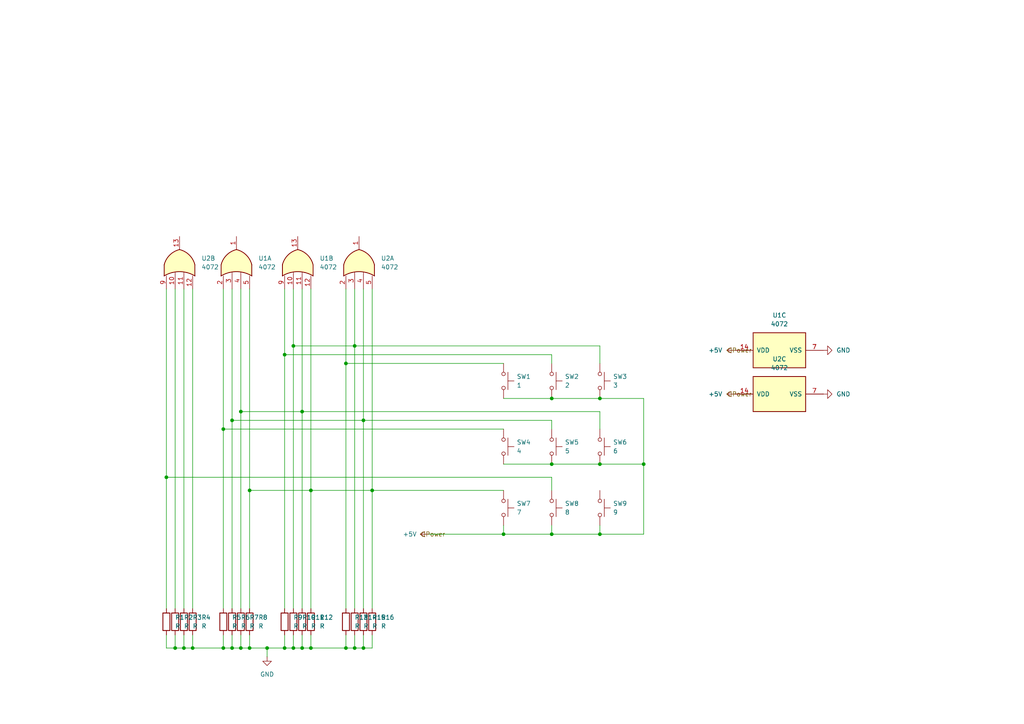
<source format=kicad_sch>
(kicad_sch (version 20250114) (generator "eeschema") (generator_version "9.0")
  (paper "A4")
  (lib_symbols
    (symbol "4xxx:4072" (pin_names (offset 1.016))
      (property "Reference" "U" (at 0 1.27 0))
      (property "Value" "4072" (at 0 -1.27 0))
      (symbol "4072_1_1"
        (arc (start -3.81 4.445) (mid -2.5908 0) (end -3.81 -4.445) (stroke (width 0.254)))
        (polyline (pts (xy -3.81 4.445) (xy -0.635 4.445)) (stroke (width 0.254)) (fill (type background)))
        (polyline (pts (xy -3.81 -4.445) (xy -0.635 -4.445)) (stroke (width 0.254)) (fill (type background)))
        (arc (start -0.6096 4.445) (mid 2.2198 2.8385) (end 3.81 0) (stroke (width 0.254)) (fill (type background)))
        (arc (start 3.81 0) (mid 2.224 -2.8428) (end -0.6096 -4.445) (stroke (width 0.254)) (fill (type background)))
        (polyline (pts (xy -0.635 4.445) (xy -3.81 4.445) (xy -3.81 4.445) (xy -3.6322 4.0894) (xy -3.0988 2.921) (xy -2.7686 1.6764) (xy -2.6162 0.4318) (xy -2.6416 -0.8636) (xy -2.8702 -2.1082) (xy -3.2512 -3.3274) (xy -3.81 -4.445) (xy -3.81 -4.445) (xy -0.635 -4.445)) (stroke (width -25.4)) (fill (type background)))
        (pin input line (at -7.62 3.81 0) (length 3.81) (name "~") (number "2"))
        (pin input line (at -7.62 1.27 0) (length 4.826) (name "~") (number "3"))
        (pin input line (at -7.62 -1.27 0) (length 4.826) (name "~") (number "4"))
        (pin input line (at -7.62 -3.81 0) (length 3.81) (name "~") (number "5"))
        (pin output line (at 7.62 0 180) (length 3.81) (name "~") (number "1"))
      )
      (symbol "4072_1_2"
        (arc (start -0.635 4.445) (mid 3.7907 0) (end -0.635 -4.445) (stroke (width 0.254)) (fill (type background)))
        (polyline (pts (xy -0.635 4.445) (xy -3.81 4.445) (xy -3.81 -4.445) (xy -0.635 -4.445)) (stroke (width 0.254)) (fill (type background)))
        (pin input inverted (at -7.62 3.81 0) (length 3.81) (name "~") (number "2"))
        (pin input inverted (at -7.62 1.27 0) (length 3.81) (name "~") (number "3"))
        (pin input inverted (at -7.62 -1.27 0) (length 3.81) (name "~") (number "4"))
        (pin input inverted (at -7.62 -3.81 0) (length 3.81) (name "~") (number "5"))
        (pin output inverted (at 7.62 0 180) (length 3.81) (name "~") (number "1"))
      )
      (symbol "4072_2_1"
        (arc (start -3.81 4.445) (mid -2.5908 0) (end -3.81 -4.445) (stroke (width 0.254)))
        (polyline (pts (xy -3.81 4.445) (xy -0.635 4.445)) (stroke (width 0.254)) (fill (type background)))
        (polyline (pts (xy -3.81 -4.445) (xy -0.635 -4.445)) (stroke (width 0.254)) (fill (type background)))
        (arc (start -0.6096 4.445) (mid 2.2198 2.8385) (end 3.81 0) (stroke (width 0.254)) (fill (type background)))
        (arc (start 3.81 0) (mid 2.224 -2.8428) (end -0.6096 -4.445) (stroke (width 0.254)) (fill (type background)))
        (polyline (pts (xy -0.635 4.445) (xy -3.81 4.445) (xy -3.81 4.445) (xy -3.6322 4.0894) (xy -3.0988 2.921) (xy -2.7686 1.6764) (xy -2.6162 0.4318) (xy -2.6416 -0.8636) (xy -2.8702 -2.1082) (xy -3.2512 -3.3274) (xy -3.81 -4.445) (xy -3.81 -4.445) (xy -0.635 -4.445)) (stroke (width -25.4)) (fill (type background)))
        (pin input line (at -7.62 3.81 0) (length 3.81) (name "~") (number "9"))
        (pin input line (at -7.62 1.27 0) (length 4.826) (name "~") (number "10"))
        (pin input line (at -7.62 -1.27 0) (length 4.826) (name "~") (number "11"))
        (pin input line (at -7.62 -3.81 0) (length 3.81) (name "~") (number "12"))
        (pin output line (at 7.62 0 180) (length 3.81) (name "~") (number "13"))
      )
      (symbol "4072_2_2"
        (arc (start -0.635 4.445) (mid 3.7907 0) (end -0.635 -4.445) (stroke (width 0.254)) (fill (type background)))
        (polyline (pts (xy -0.635 4.445) (xy -3.81 4.445) (xy -3.81 -4.445) (xy -0.635 -4.445)) (stroke (width 0.254)) (fill (type background)))
        (pin input inverted (at -7.62 3.81 0) (length 3.81) (name "~") (number "9"))
        (pin input inverted (at -7.62 1.27 0) (length 3.81) (name "~") (number "10"))
        (pin input inverted (at -7.62 -1.27 0) (length 3.81) (name "~") (number "11"))
        (pin input inverted (at -7.62 -3.81 0) (length 3.81) (name "~") (number "12"))
        (pin output inverted (at 7.62 0 180) (length 3.81) (name "~") (number "13"))
      )
      (symbol "4072_3_0"
        (pin power_in line (at 0 12.7 270) (length 5.08) (name "VDD") (number "14"))
        (pin power_in line (at 0 -12.7 90) (length 5.08) (name "VSS") (number "7"))
      )
      (symbol "4072_3_1"
        (rectangle (start -5.08 7.62) (end 5.08 -7.62) (stroke (width 0.254)) (fill (type background)))
      )
    )
    (symbol "Device:R" (pin_numbers (hide yes)) (pin_names (offset 0))
      (property "Reference" "R" (at 2.032 0 90))
      (property "Value" "R" (at 0 0 90))
      (symbol "R_0_1"
        (rectangle (start -1.016 -2.54) (end 1.016 2.54) (stroke (width 0.254)))
      )
      (symbol "R_1_1"
        (pin passive line (at 0 3.81 270) (length 1.27) (name "~") (number "1"))
        (pin passive line (at 0 -3.81 90) (length 1.27) (name "~") (number "2"))
      )
    )
    (symbol "Switch:SW_Push" (pin_numbers (hide yes)) (pin_names (offset 1.016) (hide yes))
      (property "Reference" "SW" (at 1.27 2.54 0))
      (property "Value" "SW_Push" (at 0 -1.524 0))
      (symbol "SW_Push_0_1"
        (circle (center -2.032 0) (radius 0.508))
        (polyline (pts (xy 0 1.27) (xy 0 3.048)))
        (circle (center 2.032 0) (radius 0.508))
        (polyline (pts (xy 2.54 1.27) (xy -2.54 1.27)))
        (pin passive line (at -5.08 0 0) (length 2.54) (name "1") (number "1"))
        (pin passive line (at 5.08 0 180) (length 2.54) (name "2") (number "2"))
      )
    )
    (symbol "power:+5V" (power) (pin_numbers (hide yes)) (pin_names (offset 0) (hide yes))
      (property "Value" "+5V" (at 0 3.556 0))
      (symbol "+5V_0_1"
        (polyline (pts (xy -0.762 1.27) (xy 0 2.54)))
        (polyline (pts (xy 0 2.54) (xy 0.762 1.27)))
        (polyline (pts (xy 0 0) (xy 0 2.54)))
      )
      (symbol "+5V_1_1"
        (pin power_in line (at 0 0 90) (length 0) (name "~") (number "1"))
      )
    )
    (symbol "power:GND" (power) (pin_numbers (hide yes)) (pin_names (offset 0) (hide yes))
      (property "Value" "GND" (at 0 -3.81 0))
      (symbol "GND_0_1"
        (polyline (pts (xy 0 0) (xy 0 -1.27) (xy 1.27 -1.27) (xy 0 -2.54) (xy -1.27 -1.27) (xy 0 -1.27)))
      )
      (symbol "GND_1_1"
        (pin power_in line (at 0 0 270) (length 0) (name "~") (number "1"))
      )
    )
  )
  (junction (at 102.87 100.33))
  (junction (at 87.63 119.38))
  (junction (at 48.26 138.43))
  (junction (at 82.55 187.96))
  (junction (at 64.77 187.96))
  (junction (at 85.09 187.96))
  (junction (at 100.33 187.96))
  (junction (at 50.8 187.96))
  (junction (at 85.09 100.33))
  (junction (at 107.95 142.24))
  (junction (at 67.31 187.96))
  (junction (at 105.41 121.92))
  (junction (at 100.33 105.41))
  (junction (at 87.63 187.96))
  (junction (at 186.69 134.62))
  (junction (at 146.05 154.94))
  (junction (at 72.39 187.96))
  (junction (at 55.88 187.96))
  (junction (at 90.17 187.96))
  (junction (at 160.02 154.94))
  (junction (at 173.99 154.94))
  (junction (at 173.99 134.62))
  (junction (at 160.02 134.62))
  (junction (at 69.85 187.96))
  (junction (at 72.39 142.24))
  (junction (at 53.34 187.96))
  (junction (at 67.31 121.92))
  (junction (at 77.47 187.96))
  (junction (at 69.85 119.38))
  (junction (at 90.17 142.24))
  (junction (at 160.02 115.57))
  (junction (at 173.99 115.57))
  (junction (at 102.87 187.96))
  (junction (at 64.77 124.46))
  (junction (at 105.41 187.96))
  (junction (at 82.55 102.87))
  (wire (pts (xy 69.85 184.15) (xy 69.85 187.96)))
  (wire (pts (xy 87.63 119.38) (xy 87.63 176.53)))
  (wire (pts (xy 64.77 184.15) (xy 64.77 187.96)))
  (wire (pts (xy 186.69 115.57) (xy 186.69 134.62)))
  (wire (pts (xy 105.41 83.82) (xy 105.41 121.92)))
  (wire (pts (xy 55.88 187.96) (xy 64.77 187.96)))
  (wire (pts (xy 146.05 115.57) (xy 160.02 115.57)))
  (wire (pts (xy 55.88 184.15) (xy 55.88 187.96)))
  (wire (pts (xy 160.02 134.62) (xy 173.99 134.62)))
  (wire (pts (xy 105.41 121.92) (xy 105.41 176.53)))
  (wire (pts (xy 82.55 102.87) (xy 82.55 176.53)))
  (wire (pts (xy 102.87 83.82) (xy 102.87 100.33)))
  (wire (pts (xy 72.39 187.96) (xy 77.47 187.96)))
  (wire (pts (xy 82.55 102.87) (xy 160.02 102.87)))
  (wire (pts (xy 173.99 154.94) (xy 160.02 154.94)))
  (wire (pts (xy 105.41 184.15) (xy 105.41 187.96)))
  (wire (pts (xy 48.26 184.15) (xy 48.26 187.96)))
  (wire (pts (xy 160.02 124.46) (xy 160.02 121.92)))
  (wire (pts (xy 64.77 187.96) (xy 67.31 187.96)))
  (wire (pts (xy 186.69 134.62) (xy 186.69 154.94)))
  (wire (pts (xy 64.77 124.46) (xy 64.77 176.53)))
  (wire (pts (xy 90.17 142.24) (xy 90.17 176.53)))
  (wire (pts (xy 85.09 100.33) (xy 102.87 100.33)))
  (wire (pts (xy 107.95 187.96) (xy 107.95 184.15)))
  (wire (pts (xy 77.47 187.96) (xy 77.47 190.5)))
  (wire (pts (xy 85.09 187.96) (xy 87.63 187.96)))
  (wire (pts (xy 160.02 105.41) (xy 160.02 102.87)))
  (wire (pts (xy 72.39 142.24) (xy 72.39 176.53)))
  (wire (pts (xy 173.99 115.57) (xy 186.69 115.57)))
  (wire (pts (xy 102.87 100.33) (xy 173.99 100.33)))
  (wire (pts (xy 69.85 119.38) (xy 87.63 119.38)))
  (wire (pts (xy 146.05 152.4) (xy 146.05 154.94)))
  (wire (pts (xy 90.17 83.82) (xy 90.17 142.24)))
  (wire (pts (xy 87.63 119.38) (xy 173.99 119.38)))
  (wire (pts (xy 173.99 124.46) (xy 173.99 119.38)))
  (wire (pts (xy 105.41 187.96) (xy 107.95 187.96)))
  (wire (pts (xy 69.85 187.96) (xy 72.39 187.96)))
  (wire (pts (xy 105.41 121.92) (xy 160.02 121.92)))
  (wire (pts (xy 82.55 187.96) (xy 85.09 187.96)))
  (wire (pts (xy 160.02 152.4) (xy 160.02 154.94)))
  (wire (pts (xy 67.31 187.96) (xy 69.85 187.96)))
  (wire (pts (xy 67.31 121.92) (xy 105.41 121.92)))
  (wire (pts (xy 85.09 83.82) (xy 85.09 100.33)))
  (wire (pts (xy 55.88 83.82) (xy 55.88 176.53)))
  (wire (pts (xy 67.31 83.82) (xy 67.31 121.92)))
  (wire (pts (xy 173.99 105.41) (xy 173.99 100.33)))
  (wire (pts (xy 64.77 83.82) (xy 64.77 124.46)))
  (wire (pts (xy 72.39 142.24) (xy 90.17 142.24)))
  (wire (pts (xy 100.33 187.96) (xy 102.87 187.96)))
  (wire (pts (xy 160.02 138.43) (xy 48.26 138.43)))
  (wire (pts (xy 64.77 124.46) (xy 146.05 124.46)))
  (wire (pts (xy 100.33 184.15) (xy 100.33 187.96)))
  (wire (pts (xy 100.33 83.82) (xy 100.33 105.41)))
  (wire (pts (xy 50.8 187.96) (xy 53.34 187.96)))
  (wire (pts (xy 146.05 154.94) (xy 124.46 154.94)))
  (wire (pts (xy 48.26 138.43) (xy 48.26 176.53)))
  (wire (pts (xy 100.33 105.41) (xy 146.05 105.41)))
  (wire (pts (xy 90.17 187.96) (xy 100.33 187.96)))
  (wire (pts (xy 69.85 83.82) (xy 69.85 119.38)))
  (wire (pts (xy 87.63 187.96) (xy 90.17 187.96)))
  (wire (pts (xy 67.31 121.92) (xy 67.31 176.53)))
  (wire (pts (xy 173.99 152.4) (xy 173.99 154.94)))
  (wire (pts (xy 53.34 83.82) (xy 53.34 176.53)))
  (wire (pts (xy 48.26 187.96) (xy 50.8 187.96)))
  (wire (pts (xy 186.69 154.94) (xy 173.99 154.94)))
  (wire (pts (xy 82.55 184.15) (xy 82.55 187.96)))
  (wire (pts (xy 100.33 105.41) (xy 100.33 176.53)))
  (wire (pts (xy 102.87 100.33) (xy 102.87 176.53)))
  (wire (pts (xy 48.26 83.82) (xy 48.26 138.43)))
  (wire (pts (xy 87.63 83.82) (xy 87.63 119.38)))
  (wire (pts (xy 82.55 83.82) (xy 82.55 102.87)))
  (wire (pts (xy 102.87 184.15) (xy 102.87 187.96)))
  (wire (pts (xy 160.02 115.57) (xy 173.99 115.57)))
  (wire (pts (xy 67.31 184.15) (xy 67.31 187.96)))
  (wire (pts (xy 107.95 83.82) (xy 107.95 142.24)))
  (wire (pts (xy 90.17 142.24) (xy 107.95 142.24)))
  (wire (pts (xy 50.8 184.15) (xy 50.8 187.96)))
  (wire (pts (xy 53.34 184.15) (xy 53.34 187.96)))
  (wire (pts (xy 50.8 83.82) (xy 50.8 176.53)))
  (wire (pts (xy 146.05 134.62) (xy 160.02 134.62)))
  (wire (pts (xy 72.39 184.15) (xy 72.39 187.96)))
  (wire (pts (xy 85.09 100.33) (xy 85.09 176.53)))
  (wire (pts (xy 69.85 119.38) (xy 69.85 176.53)))
  (wire (pts (xy 87.63 184.15) (xy 87.63 187.96)))
  (wire (pts (xy 77.47 187.96) (xy 82.55 187.96)))
  (wire (pts (xy 160.02 154.94) (xy 146.05 154.94)))
  (wire (pts (xy 102.87 187.96) (xy 105.41 187.96)))
  (wire (pts (xy 107.95 142.24) (xy 146.05 142.24)))
  (wire (pts (xy 107.95 142.24) (xy 107.95 176.53)))
  (wire (pts (xy 90.17 184.15) (xy 90.17 187.96)))
  (wire (pts (xy 85.09 184.15) (xy 85.09 187.96)))
  (wire (pts (xy 72.39 83.82) (xy 72.39 142.24)))
  (wire (pts (xy 173.99 134.62) (xy 186.69 134.62)))
  (wire (pts (xy 160.02 142.24) (xy 160.02 138.43)))
  (wire (pts (xy 53.34 187.96) (xy 55.88 187.96)))
  (hierarchical_label "Power" (shape input) (at 210.82 101.6 0))
  (hierarchical_label "Power" (shape input) (at 210.82 114.3 0))
  (hierarchical_label "Power" (shape input) (at 121.92 154.94 0))
  (symbol (lib_id "Switch:SW_Push") (at 173.99 110.49 270) (unit 1)
    (property "Reference" "SW3" (at 177.8 109.2199 90) (effects (justify left)))
    (property "Value" "3" (at 177.8 111.7599 90) (effects (justify left)))
    (property "Description" "Push button switch, generic, two pins" (effects (hide yes)))
  )
  (symbol (lib_id "4xxx:4072") (at 52.07 76.2 90) (unit 2)
    (property "Reference" "U2" (at 58.42 74.9299 90) (effects (justify right)))
    (property "Value" "4072" (at 58.42 77.4699 90) (effects (justify right)))
    (property "Datasheet" "http://www.intersil.com/content/dam/Intersil/documents/cd40/cd4071bms-72bms-75bms.pdf" (effects (hide yes)))
    (property "Description" "Dual 4 input OR gate" (effects (hide yes)))
  )
  (symbol (lib_id "Device:R") (at 100.33 180.34 0) (unit 1)
    (property "Reference" "R13" (at 102.87 179.0699 0) (effects (justify left)))
    (property "Value" "R" (at 102.87 181.6099 0) (effects (justify left)))
    (property "Description" "Resistor" (effects (hide yes)))
  )
  (symbol (lib_id "4xxx:4072") (at 226.06 101.6 90) (unit 3)
    (property "Reference" "U1" (at 226.06 91.44 90))
    (property "Value" "4072" (at 226.06 93.98 90))
    (property "Datasheet" "http://www.intersil.com/content/dam/Intersil/documents/cd40/cd4071bms-72bms-75bms.pdf" (effects (hide yes)))
    (property "Description" "Dual 4 input OR gate" (effects (hide yes)))
  )
  (symbol (lib_id "Switch:SW_Push") (at 160.02 110.49 270) (unit 1)
    (property "Reference" "SW2" (at 163.83 109.2199 90) (effects (justify left)))
    (property "Value" "2" (at 163.83 111.7599 90) (effects (justify left)))
    (property "Description" "Push button switch, generic, two pins" (effects (hide yes)))
  )
  (symbol (lib_id "Device:R") (at 64.77 180.34 0) (unit 1)
    (property "Reference" "R5" (at 67.31 179.0699 0) (effects (justify left)))
    (property "Value" "R" (at 67.31 181.6099 0) (effects (justify left)))
    (property "Description" "Resistor" (effects (hide yes)))
  )
  (symbol (lib_id "Switch:SW_Push") (at 173.99 129.54 270) (mirror x) (unit 1)
    (property "Reference" "SW6" (at 177.8 128.2699 90) (effects (justify left)))
    (property "Value" "6" (at 177.8 130.8099 90) (effects (justify left)))
    (property "Description" "Push button switch, generic, two pins" (effects (hide yes)))
  )
  (symbol (lib_id "4xxx:4072") (at 68.58 76.2 90) (unit 1)
    (property "Reference" "U1" (at 74.93 74.9299 90) (effects (justify right)))
    (property "Value" "4072" (at 74.93 77.4699 90) (effects (justify right)))
    (property "Datasheet" "http://www.intersil.com/content/dam/Intersil/documents/cd40/cd4071bms-72bms-75bms.pdf" (effects (hide yes)))
    (property "Description" "Dual 4 input OR gate" (effects (hide yes)))
  )
  (symbol (lib_id "Switch:SW_Push") (at 146.05 110.49 270) (unit 1)
    (property "Reference" "SW1" (at 149.86 109.2199 90) (effects (justify left)))
    (property "Value" "1" (at 149.86 111.7599 90) (effects (justify left)))
    (property "Description" "Push button switch, generic, two pins" (effects (hide yes)))
  )
  (symbol (lib_id "Device:R") (at 53.34 180.34 0) (unit 1)
    (property "Reference" "R3" (at 55.88 179.0699 0) (effects (justify left)))
    (property "Value" "R" (at 55.88 181.6099 0) (effects (justify left)))
    (property "Description" "Resistor" (effects (hide yes)))
  )
  (symbol (lib_id "power:+5V") (at 213.36 114.3 90) (unit 1)
    (property "Reference" "#PWR04" (effects (hide yes)))
    (property "Value" "+5V" (at 209.55 114.2999 90) (effects (justify left)))
    (property "Description" "Power symbol creates a global label with name \"+5V\"" (effects (hide yes)))
  )
  (symbol (lib_id "Switch:SW_Push") (at 146.05 129.54 270) (unit 1)
    (property "Reference" "SW4" (at 149.86 128.2699 90) (effects (justify left)))
    (property "Value" "4" (at 149.86 130.8099 90) (effects (justify left)))
    (property "Description" "Push button switch, generic, two pins" (effects (hide yes)))
  )
  (symbol (lib_id "power:+5V") (at 213.36 101.6 90) (unit 1)
    (property "Reference" "#PWR03" (effects (hide yes)))
    (property "Value" "+5V" (at 209.55 101.5999 90) (effects (justify left)))
    (property "Description" "Power symbol creates a global label with name \"+5V\"" (effects (hide yes)))
  )
  (symbol (lib_id "Device:R") (at 50.8 180.34 0) (unit 1)
    (property "Reference" "R2" (at 53.34 179.0699 0) (effects (justify left)))
    (property "Value" "R" (at 53.34 181.6099 0) (effects (justify left)))
    (property "Description" "Resistor" (effects (hide yes)))
  )
  (symbol (lib_id "Device:R") (at 102.87 180.34 0) (unit 1)
    (property "Reference" "R14" (at 105.41 179.0699 0) (effects (justify left)))
    (property "Value" "R" (at 105.41 181.6099 0) (effects (justify left)))
    (property "Description" "Resistor" (effects (hide yes)))
  )
  (symbol (lib_id "power:+5V") (at 124.46 154.94 90) (unit 1)
    (property "Reference" "#PWR01" (effects (hide yes)))
    (property "Value" "+5V" (at 120.904 154.94 90) (effects (justify left)))
    (property "Description" "Power symbol creates a global label with name \"+5V\"" (effects (hide yes)))
  )
  (symbol (lib_id "Switch:SW_Push") (at 160.02 129.54 270) (unit 1)
    (property "Reference" "SW5" (at 163.83 128.2699 90) (effects (justify left)))
    (property "Value" "5" (at 163.83 130.8099 90) (effects (justify left)))
    (property "Description" "Push button switch, generic, two pins" (effects (hide yes)))
  )
  (symbol (lib_id "Device:R") (at 67.31 180.34 0) (unit 1)
    (property "Reference" "R6" (at 69.85 179.0699 0) (effects (justify left)))
    (property "Value" "R" (at 69.85 181.6099 0) (effects (justify left)))
    (property "Description" "Resistor" (effects (hide yes)))
  )
  (symbol (lib_id "4xxx:4072") (at 86.36 76.2 90) (unit 2)
    (property "Reference" "U1" (at 92.71 74.9299 90) (effects (justify right)))
    (property "Value" "4072" (at 92.71 77.4699 90) (effects (justify right)))
    (property "Datasheet" "http://www.intersil.com/content/dam/Intersil/documents/cd40/cd4071bms-72bms-75bms.pdf" (effects (hide yes)))
    (property "Description" "Dual 4 input OR gate" (effects (hide yes)))
  )
  (symbol (lib_id "power:GND") (at 77.47 190.5 0) (unit 1)
    (property "Reference" "#PWR02" (effects (hide yes)))
    (property "Value" "GND" (at 77.47 195.58 0))
    (property "Description" "Power symbol creates a global label with name \"GND\" , ground" (effects (hide yes)))
  )
  (symbol (lib_id "Device:R") (at 107.95 180.34 0) (unit 1)
    (property "Reference" "R16" (at 110.49 179.0699 0) (effects (justify left)))
    (property "Value" "R" (at 110.49 181.6099 0) (effects (justify left)))
    (property "Description" "Resistor" (effects (hide yes)))
  )
  (symbol (lib_id "Device:R") (at 90.17 180.34 0) (unit 1)
    (property "Reference" "R12" (at 92.71 179.0699 0) (effects (justify left)))
    (property "Value" "R" (at 92.71 181.6099 0) (effects (justify left)))
    (property "Description" "Resistor" (effects (hide yes)))
  )
  (symbol (lib_id "Switch:SW_Push") (at 160.02 147.32 270) (mirror x) (unit 1)
    (property "Reference" "SW8" (at 163.83 146.0499 90) (effects (justify left)))
    (property "Value" "8" (at 163.83 148.5899 90) (effects (justify left)))
    (property "Description" "Push button switch, generic, two pins" (effects (hide yes)))
  )
  (symbol (lib_id "Switch:SW_Push") (at 146.05 147.32 270) (mirror x) (unit 1)
    (property "Reference" "SW7" (at 149.86 146.0499 90) (effects (justify left)))
    (property "Value" "7" (at 149.86 148.5899 90) (effects (justify left)))
    (property "Description" "Push button switch, generic, two pins" (effects (hide yes)))
  )
  (symbol (lib_id "4xxx:4072") (at 226.06 114.3 90) (unit 3)
    (property "Reference" "U2" (at 226.06 104.14 90))
    (property "Value" "4072" (at 226.06 106.68 90))
    (property "Datasheet" "http://www.intersil.com/content/dam/Intersil/documents/cd40/cd4071bms-72bms-75bms.pdf" (effects (hide yes)))
    (property "Description" "Dual 4 input OR gate" (effects (hide yes)))
  )
  (symbol (lib_id "Device:R") (at 87.63 180.34 0) (unit 1)
    (property "Reference" "R11" (at 90.17 179.0699 0) (effects (justify left)))
    (property "Value" "R" (at 90.17 181.6099 0) (effects (justify left)))
    (property "Description" "Resistor" (effects (hide yes)))
  )
  (symbol (lib_id "Device:R") (at 55.88 180.34 0) (unit 1)
    (property "Reference" "R4" (at 58.42 179.0699 0) (effects (justify left)))
    (property "Value" "R" (at 58.42 181.6099 0) (effects (justify left)))
    (property "Description" "Resistor" (effects (hide yes)))
  )
  (symbol (lib_id "4xxx:4072") (at 104.14 76.2 90) (unit 1)
    (property "Reference" "U2" (at 110.49 74.9299 90) (effects (justify right)))
    (property "Value" "4072" (at 110.49 77.4699 90) (effects (justify right)))
    (property "Datasheet" "http://www.intersil.com/content/dam/Intersil/documents/cd40/cd4071bms-72bms-75bms.pdf" (effects (hide yes)))
    (property "Description" "Dual 4 input OR gate" (effects (hide yes)))
  )
  (symbol (lib_id "Device:R") (at 48.26 180.34 0) (unit 1)
    (property "Reference" "R1" (at 50.8 179.0699 0) (effects (justify left)))
    (property "Value" "R" (at 50.8 181.6099 0) (effects (justify left)))
    (property "Description" "Resistor" (effects (hide yes)))
  )
  (symbol (lib_id "Device:R") (at 85.09 180.34 0) (unit 1)
    (property "Reference" "R10" (at 87.63 179.0699 0) (effects (justify left)))
    (property "Value" "R" (at 87.63 181.6099 0) (effects (justify left)))
    (property "Description" "Resistor" (effects (hide yes)))
  )
  (symbol (lib_id "Switch:SW_Push") (at 173.99 147.32 270) (mirror x) (unit 1)
    (property "Reference" "SW9" (at 177.8 146.0499 90) (effects (justify left)))
    (property "Value" "9" (at 177.8 148.5899 90) (effects (justify left)))
    (property "Description" "Push button switch, generic, two pins" (effects (hide yes)))
  )
  (symbol (lib_id "Device:R") (at 82.55 180.34 0) (unit 1)
    (property "Reference" "R9" (at 85.09 179.0699 0) (effects (justify left)))
    (property "Value" "R" (at 85.09 181.6099 0) (effects (justify left)))
    (property "Description" "Resistor" (effects (hide yes)))
  )
  (symbol (lib_id "Device:R") (at 72.39 180.34 0) (unit 1)
    (property "Reference" "R8" (at 74.93 179.0699 0) (effects (justify left)))
    (property "Value" "R" (at 74.93 181.6099 0) (effects (justify left)))
    (property "Description" "Resistor" (effects (hide yes)))
  )
  (symbol (lib_id "power:GND") (at 238.76 114.3 90) (mirror x) (unit 1)
    (property "Reference" "#PWR06" (effects (hide yes)))
    (property "Value" "GND" (at 242.57 114.2999 90) (effects (justify right)))
    (property "Description" "Power symbol creates a global label with name \"GND\" , ground" (effects (hide yes)))
  )
  (symbol (lib_id "Device:R") (at 105.41 180.34 0) (unit 1)
    (property "Reference" "R15" (at 107.95 179.0699 0) (effects (justify left)))
    (property "Value" "R" (at 107.95 181.6099 0) (effects (justify left)))
    (property "Description" "Resistor" (effects (hide yes)))
  )
  (symbol (lib_id "power:GND") (at 238.76 101.6 90) (mirror x) (unit 1)
    (property "Reference" "#PWR05" (effects (hide yes)))
    (property "Value" "GND" (at 242.57 101.5999 90) (effects (justify right)))
    (property "Description" "Power symbol creates a global label with name \"GND\" , ground" (effects (hide yes)))
  )
  (symbol (lib_id "Device:R") (at 69.85 180.34 0) (unit 1)
    (property "Reference" "R7" (at 72.39 179.0699 0) (effects (justify left)))
    (property "Value" "R" (at 72.39 181.6099 0) (effects (justify left)))
    (property "Description" "Resistor" (effects (hide yes)))
  )
)
</source>
